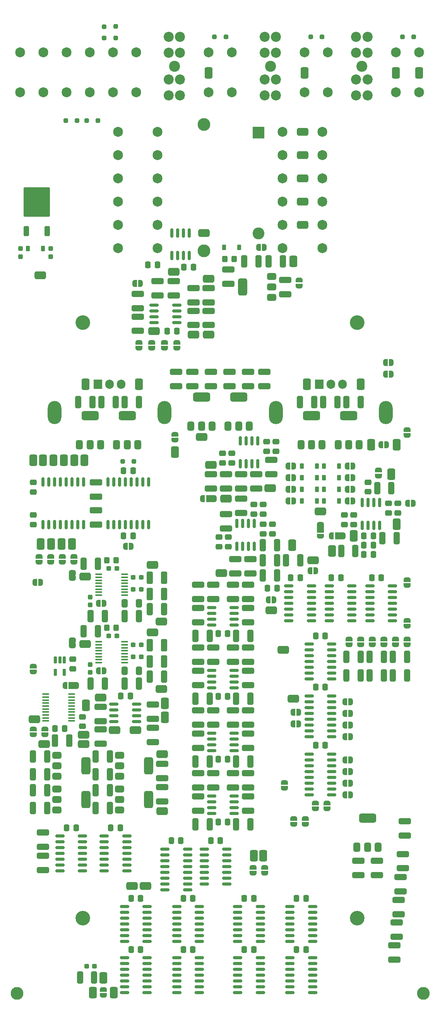
<source format=gbr>
%TF.GenerationSoftware,KiCad,Pcbnew,8.0.2*%
%TF.CreationDate,2024-12-14T16:11:44+01:00*%
%TF.ProjectId,pss_baseboard,7073735f-6261-4736-9562-6f6172642e6b,1.0.0*%
%TF.SameCoordinates,Original*%
%TF.FileFunction,Soldermask,Bot*%
%TF.FilePolarity,Negative*%
%FSLAX46Y46*%
G04 Gerber Fmt 4.6, Leading zero omitted, Abs format (unit mm)*
G04 Created by KiCad (PCBNEW 8.0.2) date 2024-12-14 16:11:44*
%MOMM*%
%LPD*%
G01*
G04 APERTURE LIST*
G04 Aperture macros list*
%AMRoundRect*
0 Rectangle with rounded corners*
0 $1 Rounding radius*
0 $2 $3 $4 $5 $6 $7 $8 $9 X,Y pos of 4 corners*
0 Add a 4 corners polygon primitive as box body*
4,1,4,$2,$3,$4,$5,$6,$7,$8,$9,$2,$3,0*
0 Add four circle primitives for the rounded corners*
1,1,$1+$1,$2,$3*
1,1,$1+$1,$4,$5*
1,1,$1+$1,$6,$7*
1,1,$1+$1,$8,$9*
0 Add four rect primitives between the rounded corners*
20,1,$1+$1,$2,$3,$4,$5,0*
20,1,$1+$1,$4,$5,$6,$7,0*
20,1,$1+$1,$6,$7,$8,$9,0*
20,1,$1+$1,$8,$9,$2,$3,0*%
%AMFreePoly0*
4,1,19,0.500000,-0.750000,0.000000,-0.750000,0.000000,-0.744911,-0.071157,-0.744911,-0.207708,-0.704816,-0.327430,-0.627875,-0.420627,-0.520320,-0.479746,-0.390866,-0.500000,-0.250000,-0.500000,0.250000,-0.479746,0.390866,-0.420627,0.520320,-0.327430,0.627875,-0.207708,0.704816,-0.071157,0.744911,0.000000,0.744911,0.000000,0.750000,0.500000,0.750000,0.500000,-0.750000,0.500000,-0.750000,
$1*%
%AMFreePoly1*
4,1,19,0.000000,0.744911,0.071157,0.744911,0.207708,0.704816,0.327430,0.627875,0.420627,0.520320,0.479746,0.390866,0.500000,0.250000,0.500000,-0.250000,0.479746,-0.390866,0.420627,-0.520320,0.327430,-0.627875,0.207708,-0.704816,0.071157,-0.744911,0.000000,-0.744911,0.000000,-0.750000,-0.500000,-0.750000,-0.500000,0.750000,0.000000,0.750000,0.000000,0.744911,0.000000,0.744911,
$1*%
%AMFreePoly2*
4,1,19,0.550000,-0.750000,0.000000,-0.750000,0.000000,-0.744911,-0.071157,-0.744911,-0.207708,-0.704816,-0.327430,-0.627875,-0.420627,-0.520320,-0.479746,-0.390866,-0.500000,-0.250000,-0.500000,0.250000,-0.479746,0.390866,-0.420627,0.520320,-0.327430,0.627875,-0.207708,0.704816,-0.071157,0.744911,0.000000,0.744911,0.000000,0.750000,0.550000,0.750000,0.550000,-0.750000,0.550000,-0.750000,
$1*%
%AMFreePoly3*
4,1,19,0.000000,0.744911,0.071157,0.744911,0.207708,0.704816,0.327430,0.627875,0.420627,0.520320,0.479746,0.390866,0.500000,0.250000,0.500000,-0.250000,0.479746,-0.390866,0.420627,-0.520320,0.327430,-0.627875,0.207708,-0.704816,0.071157,-0.744911,0.000000,-0.744911,0.000000,-0.750000,-0.550000,-0.750000,-0.550000,0.750000,0.000000,0.750000,0.000000,0.744911,0.000000,0.744911,
$1*%
G04 Aperture macros list end*
%ADD10C,0.000000*%
%ADD11C,2.800000*%
%ADD12R,2.600000X2.600000*%
%ADD13C,2.600000*%
%ADD14C,3.200000*%
%ADD15R,1.905000X2.000000*%
%ADD16O,1.905000X2.000000*%
%ADD17O,3.000000X5.050000*%
%ADD18C,2.162000*%
%ADD19C,2.400000*%
%ADD20C,2.200000*%
%ADD21RoundRect,0.426829X0.823171X0.448171X-0.823171X0.448171X-0.823171X-0.448171X0.823171X-0.448171X0*%
%ADD22RoundRect,0.150000X-0.150000X0.875000X-0.150000X-0.875000X0.150000X-0.875000X0.150000X0.875000X0*%
%ADD23FreePoly0,270.000000*%
%ADD24FreePoly1,270.000000*%
%ADD25RoundRect,0.250000X-0.400000X-1.075000X0.400000X-1.075000X0.400000X1.075000X-0.400000X1.075000X0*%
%ADD26RoundRect,0.250000X0.400000X1.075000X-0.400000X1.075000X-0.400000X-1.075000X0.400000X-1.075000X0*%
%ADD27RoundRect,0.150000X0.825000X0.150000X-0.825000X0.150000X-0.825000X-0.150000X0.825000X-0.150000X0*%
%ADD28RoundRect,0.237500X0.300000X0.237500X-0.300000X0.237500X-0.300000X-0.237500X0.300000X-0.237500X0*%
%ADD29RoundRect,0.250000X-1.075000X0.400000X-1.075000X-0.400000X1.075000X-0.400000X1.075000X0.400000X0*%
%ADD30RoundRect,0.250000X0.337500X0.475000X-0.337500X0.475000X-0.337500X-0.475000X0.337500X-0.475000X0*%
%ADD31RoundRect,0.250000X-0.412500X-0.650000X0.412500X-0.650000X0.412500X0.650000X-0.412500X0.650000X0*%
%ADD32RoundRect,0.250000X0.475000X-0.337500X0.475000X0.337500X-0.475000X0.337500X-0.475000X-0.337500X0*%
%ADD33FreePoly0,90.000000*%
%ADD34FreePoly1,90.000000*%
%ADD35RoundRect,0.250000X-0.475000X0.337500X-0.475000X-0.337500X0.475000X-0.337500X0.475000X0.337500X0*%
%ADD36RoundRect,0.426829X-0.448171X0.823171X-0.448171X-0.823171X0.448171X-0.823171X0.448171X0.823171X0*%
%ADD37RoundRect,0.426829X-0.823171X-0.448171X0.823171X-0.448171X0.823171X0.448171X-0.823171X0.448171X0*%
%ADD38RoundRect,0.225000X0.225000X0.375000X-0.225000X0.375000X-0.225000X-0.375000X0.225000X-0.375000X0*%
%ADD39RoundRect,0.375000X0.375000X-0.625000X0.375000X0.625000X-0.375000X0.625000X-0.375000X-0.625000X0*%
%ADD40RoundRect,0.500000X1.400000X-0.500000X1.400000X0.500000X-1.400000X0.500000X-1.400000X-0.500000X0*%
%ADD41RoundRect,0.250000X0.325000X0.450000X-0.325000X0.450000X-0.325000X-0.450000X0.325000X-0.450000X0*%
%ADD42FreePoly0,0.000000*%
%ADD43FreePoly1,0.000000*%
%ADD44RoundRect,0.375000X0.625000X0.375000X-0.625000X0.375000X-0.625000X-0.375000X0.625000X-0.375000X0*%
%ADD45RoundRect,0.500000X0.500000X1.400000X-0.500000X1.400000X-0.500000X-1.400000X0.500000X-1.400000X0*%
%ADD46RoundRect,0.250000X1.075000X-0.400000X1.075000X0.400000X-1.075000X0.400000X-1.075000X-0.400000X0*%
%ADD47FreePoly0,180.000000*%
%ADD48FreePoly1,180.000000*%
%ADD49RoundRect,0.250000X-0.337500X-0.475000X0.337500X-0.475000X0.337500X0.475000X-0.337500X0.475000X0*%
%ADD50RoundRect,0.150000X-0.825000X-0.150000X0.825000X-0.150000X0.825000X0.150000X-0.825000X0.150000X0*%
%ADD51RoundRect,0.426829X0.448171X-0.823171X0.448171X0.823171X-0.448171X0.823171X-0.448171X-0.823171X0*%
%ADD52RoundRect,0.237500X0.237500X-0.300000X0.237500X0.300000X-0.237500X0.300000X-0.237500X-0.300000X0*%
%ADD53RoundRect,0.225000X-0.225000X-0.375000X0.225000X-0.375000X0.225000X0.375000X-0.225000X0.375000X0*%
%ADD54RoundRect,0.100000X0.637500X0.100000X-0.637500X0.100000X-0.637500X-0.100000X0.637500X-0.100000X0*%
%ADD55RoundRect,0.250000X0.250000X0.250000X-0.250000X0.250000X-0.250000X-0.250000X0.250000X-0.250000X0*%
%ADD56RoundRect,0.250000X0.350000X-0.850000X0.350000X0.850000X-0.350000X0.850000X-0.350000X-0.850000X0*%
%ADD57RoundRect,0.249997X2.650003X-2.950003X2.650003X2.950003X-2.650003X2.950003X-2.650003X-2.950003X0*%
%ADD58RoundRect,0.250000X0.412500X1.100000X-0.412500X1.100000X-0.412500X-1.100000X0.412500X-1.100000X0*%
%ADD59FreePoly2,180.000000*%
%ADD60R,1.000000X1.500000*%
%ADD61FreePoly3,180.000000*%
%ADD62RoundRect,0.250000X-0.250000X0.250000X-0.250000X-0.250000X0.250000X-0.250000X0.250000X0.250000X0*%
%ADD63RoundRect,0.100000X-0.637500X-0.100000X0.637500X-0.100000X0.637500X0.100000X-0.637500X0.100000X0*%
%ADD64RoundRect,0.375000X-0.625000X-0.375000X0.625000X-0.375000X0.625000X0.375000X-0.625000X0.375000X0*%
%ADD65RoundRect,0.500000X-0.500000X-1.400000X0.500000X-1.400000X0.500000X1.400000X-0.500000X1.400000X0*%
%ADD66RoundRect,0.250000X-0.250000X-0.250000X0.250000X-0.250000X0.250000X0.250000X-0.250000X0.250000X0*%
%ADD67RoundRect,0.150000X-0.150000X0.825000X-0.150000X-0.825000X0.150000X-0.825000X0.150000X0.825000X0*%
%ADD68RoundRect,0.162500X-0.162500X0.617500X-0.162500X-0.617500X0.162500X-0.617500X0.162500X0.617500X0*%
%ADD69FreePoly2,270.000000*%
%ADD70R,1.500000X1.000000*%
%ADD71FreePoly3,270.000000*%
%ADD72RoundRect,0.250000X-1.100000X0.412500X-1.100000X-0.412500X1.100000X-0.412500X1.100000X0.412500X0*%
%ADD73RoundRect,0.150000X0.150000X-0.825000X0.150000X0.825000X-0.150000X0.825000X-0.150000X-0.825000X0*%
%ADD74RoundRect,0.250000X1.100000X-0.412500X1.100000X0.412500X-1.100000X0.412500X-1.100000X-0.412500X0*%
%ADD75RoundRect,0.237500X-0.300000X-0.237500X0.300000X-0.237500X0.300000X0.237500X-0.300000X0.237500X0*%
%ADD76RoundRect,0.150000X0.150000X-0.875000X0.150000X0.875000X-0.150000X0.875000X-0.150000X-0.875000X0*%
G04 APERTURE END LIST*
D10*
%TO.C,JP503*%
G36*
X236954000Y-137336000D02*
G01*
X235654000Y-137336000D01*
X235654000Y-135836000D01*
X236954000Y-135836000D01*
X236954000Y-137336000D01*
G37*
%TO.C,JP501*%
G36*
X208760000Y-129208000D02*
G01*
X207460000Y-129208000D01*
X207460000Y-127708000D01*
X208760000Y-127708000D01*
X208760000Y-129208000D01*
G37*
%TO.C,JP502*%
G36*
X232721000Y-135346000D02*
G01*
X231221000Y-135346000D01*
X231221000Y-134046000D01*
X232721000Y-134046000D01*
X232721000Y-135346000D01*
G37*
%TO.C,JP302*%
G36*
X178403465Y-145857000D02*
G01*
X176903465Y-145857000D01*
X176903465Y-144557000D01*
X178403465Y-144557000D01*
X178403465Y-145857000D01*
G37*
%TO.C,JP401*%
G36*
X178661000Y-169975000D02*
G01*
X177361000Y-169975000D01*
X177361000Y-168475000D01*
X178661000Y-168475000D01*
X178661000Y-169975000D01*
G37*
%TO.C,JP202*%
G36*
X178403465Y-160589000D02*
G01*
X176903465Y-160589000D01*
X176903465Y-159289000D01*
X178403465Y-159289000D01*
X178403465Y-160589000D01*
G37*
%TD*%
D11*
%TO.C,K3501*%
X206447500Y-46700000D03*
X206447500Y-74300000D03*
D12*
X218447500Y-48500000D03*
D13*
X218447500Y-70500000D03*
%TD*%
D14*
%TO.C,REF\u002A\u002A*%
X240000000Y-90000000D03*
%TD*%
D15*
%TO.C,Q1908*%
X231696000Y-103445000D03*
D16*
X234236000Y-103445000D03*
X236776000Y-103445000D03*
%TD*%
D17*
%TO.C,HS1902*%
X246276000Y-109605000D03*
X222196000Y-109605000D03*
%TD*%
D18*
%TO.C,J2002*%
X196347500Y-48300000D03*
X187647500Y-48300000D03*
X196347500Y-53380000D03*
X187647500Y-53380000D03*
X196347500Y-58460000D03*
X187647500Y-58460000D03*
X196347500Y-63540000D03*
X187647500Y-63540000D03*
X196347500Y-68620000D03*
X187647500Y-68620000D03*
X196347500Y-73700000D03*
X187647500Y-73700000D03*
%TD*%
D17*
%TO.C,HS1901*%
X197834130Y-109605000D03*
X173754130Y-109605000D03*
%TD*%
D14*
%TO.C,REF\u002A\u002A*%
X240000000Y-220000000D03*
%TD*%
D18*
%TO.C,J103*%
X253540000Y-39667500D03*
X253540000Y-30967500D03*
X248460000Y-39667500D03*
X248460000Y-30967500D03*
%TD*%
D11*
%TO.C,REF\u002A\u002A*%
X254450000Y-236430000D03*
%TD*%
D18*
%TO.C,J102*%
X233540000Y-39667500D03*
X233540000Y-30967500D03*
X228460000Y-39667500D03*
X228460000Y-30967500D03*
%TD*%
%TO.C,J104*%
X212540000Y-39667500D03*
X212540000Y-30967500D03*
X207460000Y-39667500D03*
X207460000Y-30967500D03*
%TD*%
D14*
%TO.C,REF\u002A\u002A*%
X180000000Y-220000000D03*
%TD*%
D11*
%TO.C,REF\u002A\u002A*%
X165550000Y-236430000D03*
%TD*%
D15*
%TO.C,Q1907*%
X183254130Y-103450000D03*
D16*
X185794130Y-103450000D03*
X188334130Y-103450000D03*
%TD*%
D18*
%TO.C,J2001*%
X223652500Y-73700000D03*
X232352500Y-73700000D03*
X223652500Y-68620000D03*
X232352500Y-68620000D03*
X223652500Y-63540000D03*
X232352500Y-63540000D03*
X223652500Y-58460000D03*
X232352500Y-58460000D03*
X223652500Y-53380000D03*
X232352500Y-53380000D03*
X223652500Y-48300000D03*
X232352500Y-48300000D03*
%TD*%
D19*
%TO.C,F3501*%
X200000000Y-34000000D03*
D20*
X201250000Y-27600000D03*
X198750000Y-27600000D03*
X201250000Y-31100000D03*
X198750000Y-31100000D03*
X201250000Y-36900000D03*
X198750000Y-36900000D03*
X201250000Y-40400000D03*
X198750000Y-40400000D03*
%TD*%
D19*
%TO.C,F1702*%
X221000000Y-34000000D03*
D20*
X219750000Y-40400000D03*
X222250000Y-40400000D03*
X219750000Y-36900000D03*
X222250000Y-36900000D03*
X219750000Y-31100000D03*
X222250000Y-31100000D03*
X219750000Y-27600000D03*
X222250000Y-27600000D03*
%TD*%
D19*
%TO.C,F1704*%
X241000000Y-34000000D03*
D20*
X239750000Y-40400000D03*
X242250000Y-40400000D03*
X239750000Y-36900000D03*
X242250000Y-36900000D03*
X239750000Y-31100000D03*
X242250000Y-31100000D03*
X239750000Y-27600000D03*
X242250000Y-27600000D03*
%TD*%
D14*
%TO.C,REF\u002A\u002A*%
X180000000Y-90000000D03*
%TD*%
D18*
%TO.C,J101*%
X191700000Y-39667500D03*
X191700000Y-30967500D03*
X186620000Y-39667500D03*
X186620000Y-30967500D03*
X181540000Y-39667500D03*
X181540000Y-30967500D03*
X176460000Y-39667500D03*
X176460000Y-30967500D03*
X171380000Y-39667500D03*
X171380000Y-30967500D03*
X166300000Y-39667500D03*
X166300000Y-30967500D03*
%TD*%
D21*
%TO.C,TP913*%
X193693200Y-213040000D03*
%TD*%
D22*
%TO.C,U701*%
X171265000Y-124824000D03*
X172535000Y-124824000D03*
X173805000Y-124824000D03*
X175075000Y-124824000D03*
X176345000Y-124824000D03*
X177615000Y-124824000D03*
X178885000Y-124824000D03*
X180155000Y-124824000D03*
X180155000Y-134124000D03*
X178885000Y-134124000D03*
X177615000Y-134124000D03*
X176345000Y-134124000D03*
X175075000Y-134124000D03*
X173805000Y-134124000D03*
X172535000Y-134124000D03*
X171265000Y-134124000D03*
%TD*%
D23*
%TO.C,JP109*%
X175456000Y-141016000D03*
D24*
X175456000Y-142316000D03*
%TD*%
D25*
%TO.C,R303*%
X194645465Y-152588000D03*
X197745465Y-152588000D03*
%TD*%
D26*
%TO.C,R304*%
X192251965Y-154112000D03*
X189151965Y-154112000D03*
%TD*%
D27*
%TO.C,U1405*%
X218825000Y-228661000D03*
X218825000Y-229931000D03*
X218825000Y-231201000D03*
X218825000Y-232471000D03*
X218825000Y-233741000D03*
X218825000Y-235011000D03*
X218825000Y-236281000D03*
X213875000Y-236281000D03*
X213875000Y-235011000D03*
X213875000Y-233741000D03*
X213875000Y-232471000D03*
X213875000Y-231201000D03*
X213875000Y-229931000D03*
X213875000Y-228661000D03*
%TD*%
D28*
%TO.C,C306*%
X192739965Y-148229000D03*
X191014965Y-148229000D03*
%TD*%
D29*
%TO.C,R503*%
X216604000Y-141640000D03*
X216604000Y-144740000D03*
%TD*%
D30*
%TO.C,C1001*%
X211672500Y-199070000D03*
X209597500Y-199070000D03*
%TD*%
D31*
%TO.C,C204*%
X189151965Y-166050000D03*
X192276965Y-166050000D03*
%TD*%
D21*
%TO.C,TP914*%
X190696000Y-213040000D03*
%TD*%
D32*
%TO.C,C504*%
X209746000Y-138893500D03*
X209746000Y-136818500D03*
%TD*%
D33*
%TO.C,JP1718*%
X250894000Y-147396000D03*
D34*
X250894000Y-146096000D03*
%TD*%
D35*
%TO.C,C401*%
X177742000Y-163488500D03*
X177742000Y-165563500D03*
%TD*%
D36*
%TO.C,TP710*%
X177615000Y-138364000D03*
%TD*%
D37*
%TO.C,TP1506*%
X195587000Y-91882000D03*
%TD*%
D27*
%TO.C,U1001*%
X213110000Y-193355000D03*
X213110000Y-194625000D03*
X213110000Y-195895000D03*
X213110000Y-197165000D03*
X208160000Y-197165000D03*
X208160000Y-195895000D03*
X208160000Y-194625000D03*
X208160000Y-193355000D03*
%TD*%
D33*
%TO.C,JP807*%
X224122400Y-191719000D03*
D34*
X224122400Y-190419000D03*
%TD*%
D38*
%TO.C,D601*%
X231208000Y-121346000D03*
X227908000Y-121346000D03*
%TD*%
D21*
%TO.C,TP506*%
X207968000Y-121092000D03*
%TD*%
D39*
%TO.C,Q1903*%
X183852000Y-116622000D03*
X181552000Y-116622000D03*
D40*
X181552000Y-110322000D03*
D39*
X179252000Y-116622000D03*
%TD*%
D27*
%TO.C,U1406*%
X218825000Y-217485000D03*
X218825000Y-218755000D03*
X218825000Y-220025000D03*
X218825000Y-221295000D03*
X218825000Y-222565000D03*
X218825000Y-223835000D03*
X218825000Y-225105000D03*
X213875000Y-225105000D03*
X213875000Y-223835000D03*
X213875000Y-222565000D03*
X213875000Y-221295000D03*
X213875000Y-220025000D03*
X213875000Y-218755000D03*
X213875000Y-217485000D03*
%TD*%
D41*
%TO.C,D3501*%
X213057000Y-76134000D03*
X211007000Y-76134000D03*
%TD*%
D42*
%TO.C,JP812*%
X225961600Y-177607000D03*
D43*
X227261600Y-177607000D03*
%TD*%
D44*
%TO.C,Q3501*%
X221278000Y-79930000D03*
X221278000Y-82230000D03*
D45*
X214978000Y-82230000D03*
D44*
X221278000Y-84530000D03*
%TD*%
D29*
%TO.C,R1503*%
X207460000Y-87437000D03*
X207460000Y-90537000D03*
%TD*%
D46*
%TO.C,R1304*%
X212794000Y-150328000D03*
X212794000Y-147228000D03*
%TD*%
D33*
%TO.C,JP102*%
X238194000Y-160350000D03*
D34*
X238194000Y-159050000D03*
%TD*%
D25*
%TO.C,R1106*%
X213530000Y-185862000D03*
X216630000Y-185862000D03*
%TD*%
D36*
%TO.C,TP709*%
X175329000Y-138364000D03*
%TD*%
D47*
%TO.C,JP810*%
X238590000Y-180401000D03*
D48*
X237290000Y-180401000D03*
%TD*%
D49*
%TO.C,C706*%
X188896500Y-136586000D03*
X190971500Y-136586000D03*
%TD*%
D26*
%TO.C,R301*%
X184791465Y-154112000D03*
X181691465Y-154112000D03*
%TD*%
%TO.C,R1205*%
X207740000Y-172146000D03*
X204640000Y-172146000D03*
%TD*%
D37*
%TO.C,TP203*%
X197173000Y-169987000D03*
%TD*%
D27*
%TO.C,U1101*%
X213110000Y-179639000D03*
X213110000Y-180909000D03*
X213110000Y-182179000D03*
X213110000Y-183449000D03*
X208160000Y-183449000D03*
X208160000Y-182179000D03*
X208160000Y-180909000D03*
X208160000Y-179639000D03*
%TD*%
D41*
%TO.C,D201*%
X187291965Y-156652000D03*
X185241965Y-156652000D03*
%TD*%
D47*
%TO.C,JP811*%
X238590000Y-177861000D03*
D48*
X237290000Y-177861000D03*
%TD*%
D29*
%TO.C,R3504*%
X211778000Y-78394000D03*
X211778000Y-81494000D03*
%TD*%
D25*
%TO.C,R3501*%
X215282000Y-76642000D03*
X218382000Y-76642000D03*
%TD*%
D50*
%TO.C,U1602*%
X233897750Y-155128000D03*
X233897750Y-153858000D03*
X233897750Y-152588000D03*
X233897750Y-151318000D03*
X233897750Y-150048000D03*
X233897750Y-148778000D03*
X233897750Y-147508000D03*
X238847750Y-147508000D03*
X238847750Y-148778000D03*
X238847750Y-150048000D03*
X238847750Y-151318000D03*
X238847750Y-152588000D03*
X238847750Y-153858000D03*
X238847750Y-155128000D03*
%TD*%
D32*
%TO.C,C508*%
X239210000Y-134067500D03*
X239210000Y-131992500D03*
%TD*%
D46*
%TO.C,R1007*%
X205174000Y-196556000D03*
X205174000Y-193456000D03*
%TD*%
D38*
%TO.C,D607*%
X231208000Y-128966000D03*
X227908000Y-128966000D03*
%TD*%
D28*
%TO.C,C202*%
X187405965Y-158430000D03*
X185680965Y-158430000D03*
%TD*%
D36*
%TO.C,TP1903*%
X180536000Y-103450000D03*
%TD*%
%TO.C,TP1703*%
X248460000Y-35494000D03*
%TD*%
D37*
%TO.C,TP410*%
X183838000Y-171892000D03*
%TD*%
D21*
%TO.C,TP802*%
X226002000Y-172146000D03*
%TD*%
D33*
%TO.C,JP1704*%
X230828000Y-196164000D03*
D34*
X230828000Y-194864000D03*
%TD*%
D36*
%TO.C,TP408*%
X197935000Y-176210000D03*
%TD*%
D47*
%TO.C,JP112*%
X230970000Y-144206000D03*
D48*
X229670000Y-144206000D03*
%TD*%
D51*
%TO.C,TP703*%
X175837000Y-120076000D03*
%TD*%
D46*
%TO.C,R515*%
X217874000Y-126198000D03*
X217874000Y-123098000D03*
%TD*%
D30*
%TO.C,C1404*%
X192622500Y-226883000D03*
X190547500Y-226883000D03*
%TD*%
D21*
%TO.C,TP2001*%
X228034000Y-48300000D03*
%TD*%
D26*
%TO.C,R1005*%
X207740000Y-199578000D03*
X204640000Y-199578000D03*
%TD*%
D25*
%TO.C,R3503*%
X220642000Y-76642000D03*
X223742000Y-76642000D03*
%TD*%
D37*
%TO.C,TP504*%
X211270000Y-128458000D03*
%TD*%
D29*
%TO.C,R407*%
X195268000Y-173390000D03*
X195268000Y-176490000D03*
%TD*%
D33*
%TO.C,JP818*%
X228643600Y-199567600D03*
D34*
X228643600Y-198267600D03*
%TD*%
D29*
%TO.C,R1903*%
X207968000Y-100746000D03*
X207968000Y-103846000D03*
%TD*%
D30*
%TO.C,C802*%
X233008500Y-169606000D03*
X230933500Y-169606000D03*
%TD*%
D47*
%TO.C,JP815*%
X238590000Y-188021000D03*
D48*
X237290000Y-188021000D03*
%TD*%
D52*
%TO.C,C201*%
X181590465Y-166404500D03*
X181590465Y-164679500D03*
%TD*%
D27*
%TO.C,U1402*%
X205490000Y-217485000D03*
X205490000Y-218755000D03*
X205490000Y-220025000D03*
X205490000Y-221295000D03*
X205490000Y-222565000D03*
X205490000Y-223835000D03*
X205490000Y-225105000D03*
X200540000Y-225105000D03*
X200540000Y-223835000D03*
X200540000Y-222565000D03*
X200540000Y-221295000D03*
X200540000Y-220025000D03*
X200540000Y-218755000D03*
X200540000Y-217485000D03*
%TD*%
D29*
%TO.C,R514*%
X221176000Y-119998000D03*
X221176000Y-123098000D03*
%TD*%
D38*
%TO.C,D608*%
X236034000Y-128966000D03*
X232734000Y-128966000D03*
%TD*%
D28*
%TO.C,C203*%
X192739965Y-160361000D03*
X191014965Y-160361000D03*
%TD*%
D36*
%TO.C,TP707*%
X170757000Y-138364000D03*
%TD*%
D46*
%TO.C,R1107*%
X205174000Y-182840000D03*
X205174000Y-179740000D03*
%TD*%
D52*
%TO.C,C1701*%
X172916000Y-75573000D03*
X172916000Y-73848000D03*
%TD*%
D27*
%TO.C,U1403*%
X205490000Y-228661000D03*
X205490000Y-229931000D03*
X205490000Y-231201000D03*
X205490000Y-232471000D03*
X205490000Y-233741000D03*
X205490000Y-235011000D03*
X205490000Y-236281000D03*
X200540000Y-236281000D03*
X200540000Y-235011000D03*
X200540000Y-233741000D03*
X200540000Y-232471000D03*
X200540000Y-231201000D03*
X200540000Y-229931000D03*
X200540000Y-228661000D03*
%TD*%
D46*
%TO.C,R1906*%
X200348000Y-103846000D03*
X200348000Y-100746000D03*
%TD*%
D30*
%TO.C,C517*%
X243549500Y-136586000D03*
X241474500Y-136586000D03*
%TD*%
D21*
%TO.C,TP415*%
X197300000Y-196657000D03*
%TD*%
%TO.C,TP1502*%
X199840000Y-78928000D03*
%TD*%
D46*
%TO.C,R1505*%
X204158000Y-85558000D03*
X204158000Y-82458000D03*
%TD*%
D53*
%TO.C,D3502*%
X210890000Y-73594000D03*
X214190000Y-73594000D03*
%TD*%
D21*
%TO.C,TP1706*%
X170630000Y-79690000D03*
%TD*%
D29*
%TO.C,R1904*%
X203904000Y-100746000D03*
X203904000Y-103846000D03*
%TD*%
D33*
%TO.C,JP106*%
X248354000Y-160350000D03*
D34*
X248354000Y-159050000D03*
%TD*%
D35*
%TO.C,C515*%
X222192000Y-115990500D03*
X222192000Y-118065500D03*
%TD*%
D29*
%TO.C,R406*%
X171265000Y-201330000D03*
X171265000Y-204430000D03*
%TD*%
D35*
%TO.C,C511*%
X248862000Y-129452500D03*
X248862000Y-131527500D03*
%TD*%
D42*
%TO.C,JP1713*%
X189284000Y-138872000D03*
D43*
X190584000Y-138872000D03*
%TD*%
D46*
%TO.C,R1401*%
X244290000Y-210653000D03*
X244290000Y-207553000D03*
%TD*%
%TO.C,R417*%
X183838000Y-176998000D03*
X183838000Y-173898000D03*
%TD*%
%TO.C,R1506*%
X204158000Y-90537000D03*
X204158000Y-87437000D03*
%TD*%
D21*
%TO.C,TP301*%
X180447465Y-145476000D03*
%TD*%
D46*
%TO.C,R1102*%
X205174000Y-177760000D03*
X205174000Y-174660000D03*
%TD*%
D21*
%TO.C,TP1704*%
X228034000Y-58460000D03*
%TD*%
D47*
%TO.C,JP1701*%
X247480000Y-101280000D03*
D48*
X246180000Y-101280000D03*
%TD*%
D47*
%TO.C,JP111*%
X221826000Y-150556000D03*
D48*
X220526000Y-150556000D03*
%TD*%
D47*
%TO.C,JP603*%
X226144000Y-123886000D03*
D48*
X224844000Y-123886000D03*
%TD*%
D29*
%TO.C,R511*%
X207968000Y-123098000D03*
X207968000Y-126198000D03*
%TD*%
D54*
%TO.C,U201*%
X189151965Y-159711000D03*
X189151965Y-160361000D03*
X189151965Y-161011000D03*
X189151965Y-161661000D03*
X189151965Y-162311000D03*
X189151965Y-162961000D03*
X189151965Y-163611000D03*
X189151965Y-164261000D03*
X183426965Y-164261000D03*
X183426965Y-163611000D03*
X183426965Y-162961000D03*
X183426965Y-162311000D03*
X183426965Y-161661000D03*
X183426965Y-161011000D03*
X183426965Y-160361000D03*
X183426965Y-159711000D03*
%TD*%
D36*
%TO.C,TP909*%
X217366000Y-206436000D03*
%TD*%
D55*
%TO.C,D704*%
X183310000Y-45908000D03*
X180810000Y-45908000D03*
%TD*%
D25*
%TO.C,R501*%
X219372000Y-145222000D03*
X222472000Y-145222000D03*
%TD*%
D36*
%TO.C,TP503*%
X234511000Y-139888000D03*
%TD*%
D38*
%TO.C,D1704*%
X171289000Y-73848000D03*
X167989000Y-73848000D03*
%TD*%
D42*
%TO.C,JP1710*%
X169472000Y-146746000D03*
D43*
X170772000Y-146746000D03*
%TD*%
D26*
%TO.C,R1701*%
X182467000Y-232979000D03*
X179367000Y-232979000D03*
%TD*%
D56*
%TO.C,U1701*%
X172148000Y-69988000D03*
D57*
X169868000Y-63688000D03*
D56*
X167588000Y-69988000D03*
%TD*%
D36*
%TO.C,TP512*%
X247491000Y-123124000D03*
%TD*%
D30*
%TO.C,C1406*%
X204052500Y-226883000D03*
X201977500Y-226883000D03*
%TD*%
D25*
%TO.C,R1912*%
X227474000Y-107376000D03*
X230574000Y-107376000D03*
%TD*%
D36*
%TO.C,TP3501*%
X226002000Y-76642000D03*
%TD*%
D23*
%TO.C,JP1705*%
X250894000Y-154986000D03*
D24*
X250894000Y-156286000D03*
%TD*%
D35*
%TO.C,C509*%
X246830000Y-129452500D03*
X246830000Y-131527500D03*
%TD*%
D32*
%TO.C,C506*%
X219398000Y-131781500D03*
X219398000Y-129706500D03*
%TD*%
D46*
%TO.C,R1202*%
X205174000Y-164044000D03*
X205174000Y-160944000D03*
%TD*%
D32*
%TO.C,C704*%
X169106000Y-134067500D03*
X169106000Y-131992500D03*
%TD*%
D36*
%TO.C,TP706*%
X169106000Y-120076000D03*
%TD*%
D47*
%TO.C,JP607*%
X226144000Y-128966000D03*
D48*
X224844000Y-128966000D03*
%TD*%
D35*
%TO.C,C505*%
X221430000Y-134024500D03*
X221430000Y-136099500D03*
%TD*%
D21*
%TO.C,TP202*%
X195179465Y-157668000D03*
%TD*%
D29*
%TO.C,R812*%
X248150800Y-225968000D03*
X248150800Y-229068000D03*
%TD*%
D46*
%TO.C,R1104*%
X212794000Y-177760000D03*
X212794000Y-174660000D03*
%TD*%
D58*
%TO.C,C407*%
X177018500Y-181290000D03*
X173893500Y-181290000D03*
%TD*%
D52*
%TO.C,C1702*%
X166312000Y-75573000D03*
X166312000Y-73848000D03*
%TD*%
D55*
%TO.C,D703*%
X191184000Y-120330000D03*
X188684000Y-120330000D03*
%TD*%
D26*
%TO.C,R201*%
X184791465Y-168844000D03*
X181691465Y-168844000D03*
%TD*%
D36*
%TO.C,TP1906*%
X240734000Y-103445000D03*
%TD*%
D42*
%TO.C,JP606*%
X237798000Y-126426000D03*
D43*
X239098000Y-126426000D03*
%TD*%
D21*
%TO.C,TP416*%
X186948000Y-179004000D03*
%TD*%
D30*
%TO.C,C501*%
X222467500Y-148016000D03*
X220392500Y-148016000D03*
%TD*%
D59*
%TO.C,JP503*%
X236954000Y-136586000D03*
D60*
X235654000Y-136586000D03*
D61*
X234354000Y-136586000D03*
%TD*%
D29*
%TO.C,R1001*%
X208476000Y-188376000D03*
X208476000Y-191476000D03*
%TD*%
D30*
%TO.C,C1201*%
X211672500Y-171638000D03*
X209597500Y-171638000D03*
%TD*%
D27*
%TO.C,U1401*%
X194060000Y-228661000D03*
X194060000Y-229931000D03*
X194060000Y-231201000D03*
X194060000Y-232471000D03*
X194060000Y-233741000D03*
X194060000Y-235011000D03*
X194060000Y-236281000D03*
X189110000Y-236281000D03*
X189110000Y-235011000D03*
X189110000Y-233741000D03*
X189110000Y-232471000D03*
X189110000Y-231201000D03*
X189110000Y-229931000D03*
X189110000Y-228661000D03*
%TD*%
D50*
%TO.C,U1603*%
X242787750Y-155128000D03*
X242787750Y-153858000D03*
X242787750Y-152588000D03*
X242787750Y-151318000D03*
X242787750Y-150048000D03*
X242787750Y-148778000D03*
X242787750Y-147508000D03*
X247737750Y-147508000D03*
X247737750Y-148778000D03*
X247737750Y-150048000D03*
X247737750Y-151318000D03*
X247737750Y-152588000D03*
X247737750Y-153858000D03*
X247737750Y-155128000D03*
%TD*%
D58*
%TO.C,C207*%
X197757965Y-164018000D03*
X194632965Y-164018000D03*
%TD*%
D46*
%TO.C,R1509*%
X191966000Y-86828000D03*
X191966000Y-83728000D03*
%TD*%
D23*
%TO.C,JP108*%
X172916000Y-141016000D03*
D24*
X172916000Y-142316000D03*
%TD*%
D27*
%TO.C,U801*%
X234446000Y-160208000D03*
X234446000Y-161478000D03*
X234446000Y-162748000D03*
X234446000Y-164018000D03*
X234446000Y-165288000D03*
X234446000Y-166558000D03*
X234446000Y-167828000D03*
X229496000Y-167828000D03*
X229496000Y-166558000D03*
X229496000Y-165288000D03*
X229496000Y-164018000D03*
X229496000Y-162748000D03*
X229496000Y-161478000D03*
X229496000Y-160208000D03*
%TD*%
D50*
%TO.C,U1601*%
X225051000Y-155128000D03*
X225051000Y-153858000D03*
X225051000Y-152588000D03*
X225051000Y-151318000D03*
X225051000Y-150048000D03*
X225051000Y-148778000D03*
X225051000Y-147508000D03*
X230001000Y-147508000D03*
X230001000Y-148778000D03*
X230001000Y-150048000D03*
X230001000Y-151318000D03*
X230001000Y-152588000D03*
X230001000Y-153858000D03*
X230001000Y-155128000D03*
%TD*%
D21*
%TO.C,TP501*%
X210254000Y-144714000D03*
%TD*%
D46*
%TO.C,R415*%
X197300000Y-194524000D03*
X197300000Y-191424000D03*
%TD*%
D54*
%TO.C,U301*%
X189151965Y-144979000D03*
X189151965Y-145629000D03*
X189151965Y-146279000D03*
X189151965Y-146929000D03*
X189151965Y-147579000D03*
X189151965Y-148229000D03*
X189151965Y-148879000D03*
X189151965Y-149529000D03*
X183426965Y-149529000D03*
X183426965Y-148879000D03*
X183426965Y-148229000D03*
X183426965Y-147579000D03*
X183426965Y-146929000D03*
X183426965Y-146279000D03*
X183426965Y-145629000D03*
X183426965Y-144979000D03*
%TD*%
D62*
%TO.C,D705*%
X187140000Y-25334000D03*
X187140000Y-27834000D03*
%TD*%
D47*
%TO.C,JP201*%
X184653465Y-165999200D03*
D48*
X183353465Y-165999200D03*
%TD*%
D51*
%TO.C,TP704*%
X178123000Y-120076000D03*
%TD*%
D30*
%TO.C,C901*%
X210059500Y-203134000D03*
X207984500Y-203134000D03*
%TD*%
D46*
%TO.C,R1402*%
X240226000Y-210653000D03*
X240226000Y-207553000D03*
%TD*%
D25*
%TO.C,R302*%
X180167465Y-142682000D03*
X183267465Y-142682000D03*
%TD*%
D23*
%TO.C,JP107*%
X170376000Y-141016000D03*
D24*
X170376000Y-142316000D03*
%TD*%
D39*
%TO.C,Q1401*%
X244558000Y-204506000D03*
X242258000Y-204506000D03*
D40*
X242258000Y-198206000D03*
D39*
X239958000Y-204506000D03*
%TD*%
D26*
%TO.C,R510*%
X248634000Y-137094000D03*
X245534000Y-137094000D03*
%TD*%
D63*
%TO.C,U403*%
X171831500Y-176976000D03*
X171831500Y-176326000D03*
X171831500Y-175676000D03*
X171831500Y-175026000D03*
X171831500Y-174376000D03*
X171831500Y-173726000D03*
X171831500Y-173076000D03*
X171831500Y-172426000D03*
X171831500Y-171776000D03*
X171831500Y-171126000D03*
X177556500Y-171126000D03*
X177556500Y-171776000D03*
X177556500Y-172426000D03*
X177556500Y-173076000D03*
X177556500Y-173726000D03*
X177556500Y-174376000D03*
X177556500Y-175026000D03*
X177556500Y-175676000D03*
X177556500Y-176326000D03*
X177556500Y-176976000D03*
%TD*%
D30*
%TO.C,C1407*%
X228817500Y-215707000D03*
X226742500Y-215707000D03*
%TD*%
%TO.C,C405*%
X175985500Y-178623000D03*
X173910500Y-178623000D03*
%TD*%
D25*
%TO.C,R801*%
X237660000Y-167066000D03*
X240760000Y-167066000D03*
%TD*%
D51*
%TO.C,TP702*%
X173551000Y-120076000D03*
%TD*%
D36*
%TO.C,TP1702*%
X228460000Y-35494000D03*
%TD*%
D21*
%TO.C,TP2003*%
X228034000Y-68620000D03*
%TD*%
D33*
%TO.C,JP1706*%
X200537000Y-95580000D03*
D34*
X200537000Y-94280000D03*
%TD*%
D46*
%TO.C,R1308*%
X216096000Y-155408000D03*
X216096000Y-152308000D03*
%TD*%
D23*
%TO.C,JP403*%
X171646000Y-178735000D03*
D24*
X171646000Y-180035000D03*
%TD*%
D51*
%TO.C,TP401*%
X182187000Y-236281000D03*
%TD*%
D25*
%TO.C,R412*%
X182796000Y-188656000D03*
X185896000Y-188656000D03*
%TD*%
D39*
%TO.C,Q1905*%
X240468000Y-116622000D03*
X238168000Y-116622000D03*
D40*
X238168000Y-110322000D03*
D39*
X235868000Y-116622000D03*
%TD*%
D25*
%TO.C,R504*%
X219372000Y-141920000D03*
X222472000Y-141920000D03*
%TD*%
D29*
%TO.C,R505*%
X211270000Y-131861000D03*
X211270000Y-134961000D03*
%TD*%
D30*
%TO.C,C1405*%
X204052500Y-215707000D03*
X201977500Y-215707000D03*
%TD*%
D49*
%TO.C,C512*%
X241474500Y-140650000D03*
X243549500Y-140650000D03*
%TD*%
D64*
%TO.C,Q403*%
X188054000Y-189051000D03*
X188054000Y-186751000D03*
D65*
X194354000Y-186751000D03*
D64*
X188054000Y-184451000D03*
%TD*%
D21*
%TO.C,TP1610*%
X230320000Y-141920000D03*
%TD*%
D42*
%TO.C,JP604*%
X237798000Y-123886000D03*
D43*
X239098000Y-123886000D03*
%TD*%
D59*
%TO.C,JP501*%
X208760000Y-128458000D03*
D60*
X207460000Y-128458000D03*
D61*
X206160000Y-128458000D03*
%TD*%
D32*
%TO.C,C519*%
X242385000Y-126934000D03*
X242385000Y-124859000D03*
%TD*%
D46*
%TO.C,R1004*%
X212794000Y-191476000D03*
X212794000Y-188376000D03*
%TD*%
D29*
%TO.C,R810*%
X249522400Y-211083600D03*
X249522400Y-214183600D03*
%TD*%
D27*
%TO.C,U901*%
X211497000Y-204996000D03*
X211497000Y-206266000D03*
X211497000Y-207536000D03*
X211497000Y-208806000D03*
X211497000Y-210076000D03*
X211497000Y-211346000D03*
X211497000Y-212616000D03*
X206547000Y-212616000D03*
X206547000Y-211346000D03*
X206547000Y-210076000D03*
X206547000Y-208806000D03*
X206547000Y-207536000D03*
X206547000Y-206266000D03*
X206547000Y-204996000D03*
%TD*%
D28*
%TO.C,C303*%
X192739965Y-145629000D03*
X191014965Y-145629000D03*
%TD*%
D38*
%TO.C,D605*%
X231208000Y-126426000D03*
X227908000Y-126426000D03*
%TD*%
D21*
%TO.C,TP302*%
X195179465Y-142936000D03*
%TD*%
D25*
%TO.C,R202*%
X180167465Y-157414000D03*
X183267465Y-157414000D03*
%TD*%
D66*
%TO.C,D1702*%
X249898000Y-27620000D03*
X252398000Y-27620000D03*
%TD*%
D36*
%TO.C,TP407*%
X197935000Y-173162000D03*
%TD*%
D26*
%TO.C,R1305*%
X207740000Y-158430000D03*
X204640000Y-158430000D03*
%TD*%
D27*
%TO.C,U404*%
X191709000Y-173289000D03*
X191709000Y-174559000D03*
X191709000Y-175829000D03*
X191709000Y-177099000D03*
X186759000Y-177099000D03*
X186759000Y-175829000D03*
X186759000Y-174559000D03*
X186759000Y-173289000D03*
%TD*%
D26*
%TO.C,R401*%
X172180000Y-184719000D03*
X169080000Y-184719000D03*
%TD*%
D38*
%TO.C,D602*%
X236034000Y-121346000D03*
X232734000Y-121346000D03*
%TD*%
D30*
%TO.C,C1401*%
X217387500Y-215707000D03*
X215312500Y-215707000D03*
%TD*%
D46*
%TO.C,R1108*%
X216096000Y-182840000D03*
X216096000Y-179740000D03*
%TD*%
D49*
%TO.C,C702*%
X188896500Y-122362000D03*
X190971500Y-122362000D03*
%TD*%
D25*
%TO.C,R506*%
X219372000Y-138618000D03*
X222472000Y-138618000D03*
%TD*%
D47*
%TO.C,JP816*%
X238590000Y-193101000D03*
D48*
X237290000Y-193101000D03*
%TD*%
D23*
%TO.C,JP402*%
X169106000Y-178735000D03*
D24*
X169106000Y-180035000D03*
%TD*%
D55*
%TO.C,D3503*%
X211270000Y-27620000D03*
X208770000Y-27620000D03*
%TD*%
D38*
%TO.C,D606*%
X236034000Y-126426000D03*
X232734000Y-126426000D03*
%TD*%
D64*
%TO.C,Q404*%
X188054000Y-196417000D03*
X188054000Y-194117000D03*
D65*
X194354000Y-194117000D03*
D64*
X188054000Y-191817000D03*
%TD*%
D46*
%TO.C,R1508*%
X196284000Y-84034000D03*
X196284000Y-80934000D03*
%TD*%
D29*
%TO.C,R807*%
X249065200Y-216062000D03*
X249065200Y-219162000D03*
%TD*%
D51*
%TO.C,TP701*%
X171265000Y-120076000D03*
%TD*%
D52*
%TO.C,C301*%
X181590465Y-151672500D03*
X181590465Y-149947500D03*
%TD*%
D46*
%TO.C,R1208*%
X216096000Y-169124000D03*
X216096000Y-166024000D03*
%TD*%
D67*
%TO.C,U502*%
X241115000Y-129285000D03*
X242385000Y-129285000D03*
X243655000Y-129285000D03*
X244925000Y-129285000D03*
X244925000Y-134235000D03*
X243655000Y-134235000D03*
X242385000Y-134235000D03*
X241115000Y-134235000D03*
%TD*%
D21*
%TO.C,TP406*%
X180155000Y-180020000D03*
%TD*%
D64*
%TO.C,Q402*%
X174338000Y-196417000D03*
X174338000Y-194117000D03*
D65*
X180638000Y-194117000D03*
D64*
X174338000Y-191817000D03*
%TD*%
D29*
%TO.C,R1901*%
X216096000Y-100746000D03*
X216096000Y-103846000D03*
%TD*%
%TO.C,R1203*%
X216096000Y-160944000D03*
X216096000Y-164044000D03*
%TD*%
D32*
%TO.C,C514*%
X212540000Y-120605500D03*
X212540000Y-118530500D03*
%TD*%
D29*
%TO.C,R808*%
X249979600Y-206054400D03*
X249979600Y-209154400D03*
%TD*%
D68*
%TO.C,U401*%
X173998000Y-163684000D03*
X174948000Y-163684000D03*
X175898000Y-163684000D03*
X175898000Y-166384000D03*
X173998000Y-166384000D03*
%TD*%
D26*
%TO.C,R509*%
X239617000Y-139888000D03*
X236517000Y-139888000D03*
%TD*%
D51*
%TO.C,TP1901*%
X243020000Y-116622000D03*
%TD*%
D25*
%TO.C,R413*%
X182796000Y-196022000D03*
X185896000Y-196022000D03*
%TD*%
D35*
%TO.C,C513*%
X220160000Y-115990500D03*
X220160000Y-118065500D03*
%TD*%
D25*
%TO.C,R408*%
X182796000Y-184719000D03*
X185896000Y-184719000D03*
%TD*%
D21*
%TO.C,TP1403*%
X223843000Y-161478000D03*
%TD*%
D49*
%TO.C,C1603*%
X243209250Y-145730000D03*
X245284250Y-145730000D03*
%TD*%
D25*
%TO.C,R405*%
X169054000Y-196022000D03*
X172154000Y-196022000D03*
%TD*%
D37*
%TO.C,TP1504*%
X207460000Y-80452000D03*
%TD*%
D36*
%TO.C,TP708*%
X173043000Y-138364000D03*
%TD*%
D39*
%TO.C,Q1901*%
X216364000Y-112558000D03*
X214064000Y-112558000D03*
D40*
X214064000Y-106258000D03*
D39*
X211764000Y-112558000D03*
%TD*%
D26*
%TO.C,R804*%
X240760000Y-163002000D03*
X237660000Y-163002000D03*
%TD*%
D36*
%TO.C,TP505*%
X248608000Y-134046000D03*
%TD*%
D31*
%TO.C,C304*%
X189151965Y-151318000D03*
X192276965Y-151318000D03*
%TD*%
D32*
%TO.C,C502*%
X211778000Y-138893500D03*
X211778000Y-136818500D03*
%TD*%
D33*
%TO.C,JP819*%
X226103600Y-199567600D03*
D34*
X226103600Y-198267600D03*
%TD*%
D37*
%TO.C,TP1902*%
X205936000Y-114996000D03*
%TD*%
D39*
%TO.C,Q1906*%
X232340000Y-116622000D03*
X230040000Y-116622000D03*
D40*
X230040000Y-110322000D03*
D39*
X227740000Y-116622000D03*
%TD*%
D30*
%TO.C,C404*%
X190358000Y-171511000D03*
X188283000Y-171511000D03*
%TD*%
D33*
%TO.C,JP104*%
X245814000Y-160350000D03*
D34*
X245814000Y-159050000D03*
%TD*%
D29*
%TO.C,R1301*%
X208476000Y-147228000D03*
X208476000Y-150328000D03*
%TD*%
D27*
%TO.C,U402*%
X179930500Y-202118000D03*
X179930500Y-203388000D03*
X179930500Y-204658000D03*
X179930500Y-205928000D03*
X179930500Y-207198000D03*
X179930500Y-208468000D03*
X179930500Y-209738000D03*
X174980500Y-209738000D03*
X174980500Y-208468000D03*
X174980500Y-207198000D03*
X174980500Y-205928000D03*
X174980500Y-204658000D03*
X174980500Y-203388000D03*
X174980500Y-202118000D03*
%TD*%
D21*
%TO.C,TP1705*%
X228034000Y-63540000D03*
%TD*%
D29*
%TO.C,R1003*%
X216096000Y-188376000D03*
X216096000Y-191476000D03*
%TD*%
D67*
%TO.C,U501*%
X213683000Y-133857000D03*
X214953000Y-133857000D03*
X216223000Y-133857000D03*
X217493000Y-133857000D03*
X217493000Y-138807000D03*
X216223000Y-138807000D03*
X214953000Y-138807000D03*
X213683000Y-138807000D03*
%TD*%
D28*
%TO.C,C206*%
X192739965Y-162961000D03*
X191014965Y-162961000D03*
%TD*%
D21*
%TO.C,TP2002*%
X228034000Y-53380000D03*
%TD*%
D25*
%TO.C,R516*%
X244391000Y-126150500D03*
X247491000Y-126150500D03*
%TD*%
D47*
%TO.C,JP601*%
X226144000Y-121346000D03*
D48*
X224844000Y-121346000D03*
%TD*%
D69*
%TO.C,JP502*%
X231971000Y-134046000D03*
D70*
X231971000Y-135346000D03*
D71*
X231971000Y-136646000D03*
%TD*%
D26*
%TO.C,R402*%
X172180000Y-192085000D03*
X169080000Y-192085000D03*
%TD*%
D36*
%TO.C,TP910*%
X219398000Y-206436000D03*
%TD*%
D67*
%TO.C,U1502*%
X199459000Y-70422000D03*
X200729000Y-70422000D03*
X201999000Y-70422000D03*
X203269000Y-70422000D03*
X203269000Y-75372000D03*
X201999000Y-75372000D03*
X200729000Y-75372000D03*
X199459000Y-75372000D03*
%TD*%
D25*
%TO.C,R203*%
X194645465Y-167320000D03*
X197745465Y-167320000D03*
%TD*%
D36*
%TO.C,TP409*%
X180663000Y-173543000D03*
%TD*%
D66*
%TO.C,D702*%
X176238000Y-45908000D03*
X178738000Y-45908000D03*
%TD*%
D72*
%TO.C,C701*%
X182822000Y-124863500D03*
X182822000Y-127988500D03*
%TD*%
D27*
%TO.C,U803*%
X234446000Y-184211000D03*
X234446000Y-185481000D03*
X234446000Y-186751000D03*
X234446000Y-188021000D03*
X234446000Y-189291000D03*
X234446000Y-190561000D03*
X234446000Y-191831000D03*
X234446000Y-193101000D03*
X229496000Y-193101000D03*
X229496000Y-191831000D03*
X229496000Y-190561000D03*
X229496000Y-189291000D03*
X229496000Y-188021000D03*
X229496000Y-186751000D03*
X229496000Y-185481000D03*
X229496000Y-184211000D03*
%TD*%
D21*
%TO.C,TP1607*%
X221176000Y-152842000D03*
%TD*%
D29*
%TO.C,R414*%
X197300000Y-186344000D03*
X197300000Y-189444000D03*
%TD*%
%TO.C,R411*%
X195268000Y-178496000D03*
X195268000Y-181596000D03*
%TD*%
D42*
%TO.C,JP1711*%
X191316000Y-81468000D03*
D43*
X192616000Y-81468000D03*
%TD*%
D37*
%TO.C,TP513*%
X231971000Y-131252000D03*
%TD*%
D25*
%TO.C,R1908*%
X189146000Y-107376000D03*
X192246000Y-107376000D03*
%TD*%
D27*
%TO.C,U802*%
X234446000Y-171511000D03*
X234446000Y-172781000D03*
X234446000Y-174051000D03*
X234446000Y-175321000D03*
X234446000Y-176591000D03*
X234446000Y-177861000D03*
X234446000Y-179131000D03*
X234446000Y-180401000D03*
X229496000Y-180401000D03*
X229496000Y-179131000D03*
X229496000Y-177861000D03*
X229496000Y-176591000D03*
X229496000Y-175321000D03*
X229496000Y-174051000D03*
X229496000Y-172781000D03*
X229496000Y-171511000D03*
%TD*%
D47*
%TO.C,JP1714*%
X247480000Y-98740000D03*
D48*
X246180000Y-98740000D03*
%TD*%
D29*
%TO.C,R513*%
X214572000Y-123098000D03*
X214572000Y-126198000D03*
%TD*%
D33*
%TO.C,JP105*%
X250894000Y-160350000D03*
D34*
X250894000Y-159050000D03*
%TD*%
D39*
%TO.C,Q1904*%
X191980000Y-116622000D03*
X189680000Y-116622000D03*
D40*
X189680000Y-110322000D03*
D39*
X187380000Y-116622000D03*
%TD*%
D25*
%TO.C,R803*%
X247820000Y-167066000D03*
X250920000Y-167066000D03*
%TD*%
D51*
%TO.C,TP402*%
X200094000Y-118298000D03*
%TD*%
D26*
%TO.C,R806*%
X245840000Y-163002000D03*
X242740000Y-163002000D03*
%TD*%
D21*
%TO.C,TP413*%
X191520000Y-179004000D03*
%TD*%
D29*
%TO.C,R1905*%
X212032000Y-100746000D03*
X212032000Y-103846000D03*
%TD*%
%TO.C,R1101*%
X208476000Y-174660000D03*
X208476000Y-177760000D03*
%TD*%
D26*
%TO.C,R502*%
X227552000Y-141920000D03*
X224452000Y-141920000D03*
%TD*%
D27*
%TO.C,U1407*%
X230255000Y-217485000D03*
X230255000Y-218755000D03*
X230255000Y-220025000D03*
X230255000Y-221295000D03*
X230255000Y-222565000D03*
X230255000Y-223835000D03*
X230255000Y-225105000D03*
X225305000Y-225105000D03*
X225305000Y-223835000D03*
X225305000Y-222565000D03*
X225305000Y-221295000D03*
X225305000Y-220025000D03*
X225305000Y-218755000D03*
X225305000Y-217485000D03*
%TD*%
D42*
%TO.C,JP813*%
X225961600Y-175067000D03*
D43*
X227261600Y-175067000D03*
%TD*%
D33*
%TO.C,JP123*%
X200094000Y-115646000D03*
D34*
X200094000Y-114346000D03*
%TD*%
D36*
%TO.C,TP1701*%
X253540000Y-35494000D03*
%TD*%
D35*
%TO.C,C503*%
X219398000Y-134024500D03*
X219398000Y-136099500D03*
%TD*%
D29*
%TO.C,R811*%
X248608000Y-221015000D03*
X248608000Y-224115000D03*
%TD*%
D37*
%TO.C,TP303*%
X197173000Y-155255000D03*
%TD*%
D27*
%TO.C,U902*%
X202879494Y-204996000D03*
X202879494Y-206266000D03*
X202879494Y-207536000D03*
X202879494Y-208806000D03*
X202879494Y-210076000D03*
X202879494Y-211346000D03*
X202879494Y-212616000D03*
X202879494Y-213886000D03*
X197929494Y-213886000D03*
X197929494Y-212616000D03*
X197929494Y-211346000D03*
X197929494Y-210076000D03*
X197929494Y-208806000D03*
X197929494Y-207536000D03*
X197929494Y-206266000D03*
X197929494Y-204996000D03*
%TD*%
D23*
%TO.C,JP302*%
X177653465Y-144557000D03*
D24*
X177653465Y-145857000D03*
%TD*%
D27*
%TO.C,U1301*%
X213110000Y-152207000D03*
X213110000Y-153477000D03*
X213110000Y-154747000D03*
X213110000Y-156017000D03*
X208160000Y-156017000D03*
X208160000Y-154747000D03*
X208160000Y-153477000D03*
X208160000Y-152207000D03*
%TD*%
D46*
%TO.C,R1302*%
X205174000Y-150328000D03*
X205174000Y-147228000D03*
%TD*%
D29*
%TO.C,R512*%
X211270000Y-123098000D03*
X211270000Y-126198000D03*
%TD*%
D46*
%TO.C,R1510*%
X191966000Y-91807000D03*
X191966000Y-88707000D03*
%TD*%
D33*
%TO.C,JP1717*%
X233368000Y-196164000D03*
D34*
X233368000Y-194864000D03*
%TD*%
D36*
%TO.C,TP1905*%
X192246000Y-103450000D03*
%TD*%
D25*
%TO.C,R1206*%
X213530000Y-172146000D03*
X216630000Y-172146000D03*
%TD*%
D55*
%TO.C,D1701*%
X232332000Y-27620000D03*
X229832000Y-27620000D03*
%TD*%
D30*
%TO.C,C1408*%
X228817500Y-226883000D03*
X226742500Y-226883000D03*
%TD*%
D33*
%TO.C,JP504*%
X244671000Y-123498500D03*
D34*
X244671000Y-122198500D03*
%TD*%
D47*
%TO.C,JP817*%
X238590000Y-190561000D03*
D48*
X237290000Y-190561000D03*
%TD*%
D23*
%TO.C,JP1712*%
X169106000Y-165019000D03*
D24*
X169106000Y-166319000D03*
%TD*%
D73*
%TO.C,U503*%
X218255000Y-120773000D03*
X216985000Y-120773000D03*
X215715000Y-120773000D03*
X214445000Y-120773000D03*
X214445000Y-115823000D03*
X215715000Y-115823000D03*
X216985000Y-115823000D03*
X218255000Y-115823000D03*
%TD*%
D21*
%TO.C,TP404*%
X171519000Y-182052000D03*
%TD*%
D62*
%TO.C,D701*%
X184600000Y-25354000D03*
X184600000Y-27854000D03*
%TD*%
D46*
%TO.C,R507*%
X213302000Y-144740000D03*
X213302000Y-141640000D03*
%TD*%
D21*
%TO.C,TP414*%
X197300000Y-184211000D03*
%TD*%
D58*
%TO.C,C307*%
X197757965Y-149286000D03*
X194632965Y-149286000D03*
%TD*%
D21*
%TO.C,TP201*%
X180447465Y-160208000D03*
%TD*%
D23*
%TO.C,JP129*%
X195014000Y-94280000D03*
D24*
X195014000Y-95580000D03*
%TD*%
D29*
%TO.C,R508*%
X214572000Y-128432000D03*
X214572000Y-131532000D03*
%TD*%
D51*
%TO.C,TP502*%
X225748000Y-138618000D03*
%TD*%
D23*
%TO.C,JP1707*%
X227272000Y-80706000D03*
D24*
X227272000Y-82006000D03*
%TD*%
D27*
%TO.C,U1201*%
X213110000Y-165923000D03*
X213110000Y-167193000D03*
X213110000Y-168463000D03*
X213110000Y-169733000D03*
X208160000Y-169733000D03*
X208160000Y-168463000D03*
X208160000Y-167193000D03*
X208160000Y-165923000D03*
%TD*%
D26*
%TO.C,R1909*%
X240734000Y-107376000D03*
X237634000Y-107376000D03*
%TD*%
D29*
%TO.C,R1507*%
X199840000Y-80934000D03*
X199840000Y-84034000D03*
%TD*%
D47*
%TO.C,JP605*%
X226144000Y-126426000D03*
D48*
X224844000Y-126426000D03*
%TD*%
D46*
%TO.C,R1504*%
X207460000Y-85558000D03*
X207460000Y-82458000D03*
%TD*%
D49*
%TO.C,C1501*%
X198462000Y-91882000D03*
X200537000Y-91882000D03*
%TD*%
D28*
%TO.C,C302*%
X187405965Y-143698000D03*
X185680965Y-143698000D03*
%TD*%
D30*
%TO.C,C803*%
X233008500Y-182306000D03*
X230933500Y-182306000D03*
%TD*%
D64*
%TO.C,Q401*%
X174338000Y-189051000D03*
X174338000Y-186751000D03*
D65*
X180638000Y-186751000D03*
D64*
X174338000Y-184451000D03*
%TD*%
D36*
%TO.C,TP509*%
X248608000Y-116622000D03*
%TD*%
D30*
%TO.C,C801*%
X233008500Y-158430000D03*
X230933500Y-158430000D03*
%TD*%
%TO.C,C402*%
X178525500Y-200340000D03*
X176450500Y-200340000D03*
%TD*%
D51*
%TO.C,TP507*%
X239210000Y-136586000D03*
%TD*%
D46*
%TO.C,R3502*%
X224224000Y-83780000D03*
X224224000Y-80680000D03*
%TD*%
D30*
%TO.C,C518*%
X243549500Y-138618000D03*
X241474500Y-138618000D03*
%TD*%
D41*
%TO.C,D301*%
X187291965Y-141920000D03*
X185241965Y-141920000D03*
%TD*%
D35*
%TO.C,C703*%
X169106000Y-124880500D03*
X169106000Y-126955500D03*
%TD*%
D32*
%TO.C,C510*%
X237178000Y-134067500D03*
X237178000Y-131992500D03*
%TD*%
D46*
%TO.C,R416*%
X183838000Y-181951000D03*
X183838000Y-178851000D03*
%TD*%
D42*
%TO.C,JP602*%
X237798000Y-121346000D03*
D43*
X239098000Y-121346000D03*
%TD*%
D47*
%TO.C,JP113*%
X246464000Y-116622000D03*
D48*
X245164000Y-116622000D03*
%TD*%
D58*
%TO.C,C205*%
X197757965Y-160462000D03*
X194632965Y-160462000D03*
%TD*%
D46*
%TO.C,R1002*%
X205174000Y-191476000D03*
X205174000Y-188376000D03*
%TD*%
D23*
%TO.C,JP110*%
X177996000Y-141016000D03*
D24*
X177996000Y-142316000D03*
%TD*%
D47*
%TO.C,JP301*%
X184653465Y-151267200D03*
D48*
X183353465Y-151267200D03*
%TD*%
D58*
%TO.C,C305*%
X197757965Y-145730000D03*
X194632965Y-145730000D03*
%TD*%
D25*
%TO.C,R1306*%
X213530000Y-158430000D03*
X216630000Y-158430000D03*
%TD*%
D46*
%TO.C,R1008*%
X216096000Y-196556000D03*
X216096000Y-193456000D03*
%TD*%
%TO.C,R1307*%
X205174000Y-155408000D03*
X205174000Y-152308000D03*
%TD*%
D33*
%TO.C,JP101*%
X243274000Y-160350000D03*
D34*
X243274000Y-159050000D03*
%TD*%
D39*
%TO.C,Q1902*%
X208236000Y-112558000D03*
X205936000Y-112558000D03*
D40*
X205936000Y-106258000D03*
D39*
X203636000Y-112558000D03*
%TD*%
D25*
%TO.C,R404*%
X169080000Y-188656000D03*
X172180000Y-188656000D03*
%TD*%
D59*
%TO.C,JP401*%
X178661000Y-169225000D03*
D60*
X177361000Y-169225000D03*
D61*
X176061000Y-169225000D03*
%TD*%
D30*
%TO.C,C1301*%
X211672500Y-157922000D03*
X209597500Y-157922000D03*
%TD*%
D25*
%TO.C,R1907*%
X184066000Y-107376000D03*
X187166000Y-107376000D03*
%TD*%
D21*
%TO.C,TP405*%
X180155000Y-182050000D03*
%TD*%
D36*
%TO.C,TP1402*%
X184473000Y-233106000D03*
%TD*%
%TO.C,TP3503*%
X207460000Y-35494000D03*
%TD*%
D42*
%TO.C,JP608*%
X237798000Y-128966000D03*
D43*
X239098000Y-128966000D03*
%TD*%
D74*
%TO.C,C705*%
X182822000Y-134084500D03*
X182822000Y-130959500D03*
%TD*%
D29*
%TO.C,R1201*%
X208476000Y-160944000D03*
X208476000Y-164044000D03*
%TD*%
D23*
%TO.C,JP804*%
X217239000Y-208961000D03*
D24*
X217239000Y-210261000D03*
%TD*%
D33*
%TO.C,JP1719*%
X197808000Y-95580000D03*
D34*
X197808000Y-94280000D03*
%TD*%
D26*
%TO.C,R805*%
X250920000Y-163002000D03*
X247820000Y-163002000D03*
%TD*%
D25*
%TO.C,R409*%
X182796000Y-192085000D03*
X185896000Y-192085000D03*
%TD*%
D21*
%TO.C,TP403*%
X169360000Y-176591000D03*
%TD*%
D27*
%TO.C,U1408*%
X230255000Y-228661000D03*
X230255000Y-229931000D03*
X230255000Y-231201000D03*
X230255000Y-232471000D03*
X230255000Y-233741000D03*
X230255000Y-235011000D03*
X230255000Y-236281000D03*
X225305000Y-236281000D03*
X225305000Y-235011000D03*
X225305000Y-233741000D03*
X225305000Y-232471000D03*
X225305000Y-231201000D03*
X225305000Y-229931000D03*
X225305000Y-228661000D03*
%TD*%
D30*
%TO.C,C902*%
X201423500Y-203134000D03*
X199348500Y-203134000D03*
%TD*%
D47*
%TO.C,JP1720*%
X219682000Y-73594000D03*
D48*
X218382000Y-73594000D03*
%TD*%
D49*
%TO.C,C1602*%
X225472500Y-145730000D03*
X227547500Y-145730000D03*
%TD*%
D29*
%TO.C,R809*%
X250386000Y-198917000D03*
X250386000Y-202017000D03*
%TD*%
D26*
%TO.C,R1105*%
X207740000Y-185862000D03*
X204640000Y-185862000D03*
%TD*%
D27*
%TO.C,U1404*%
X194060000Y-217485000D03*
X194060000Y-218755000D03*
X194060000Y-220025000D03*
X194060000Y-221295000D03*
X194060000Y-222565000D03*
X194060000Y-223835000D03*
X194060000Y-225105000D03*
X189110000Y-225105000D03*
X189110000Y-223835000D03*
X189110000Y-222565000D03*
X189110000Y-221295000D03*
X189110000Y-220025000D03*
X189110000Y-218755000D03*
X189110000Y-217485000D03*
%TD*%
D23*
%TO.C,JP1708*%
X250894000Y-113330000D03*
D24*
X250894000Y-114630000D03*
%TD*%
D30*
%TO.C,C408*%
X188177500Y-200340000D03*
X186102500Y-200340000D03*
%TD*%
D51*
%TO.C,TP705*%
X180282000Y-120076000D03*
%TD*%
D46*
%TO.C,R1207*%
X205174000Y-169124000D03*
X205174000Y-166024000D03*
%TD*%
%TO.C,R1902*%
X219652000Y-103846000D03*
X219652000Y-100746000D03*
%TD*%
D26*
%TO.C,R1910*%
X235654000Y-107376000D03*
X232554000Y-107376000D03*
%TD*%
%TO.C,R1911*%
X182086000Y-107376000D03*
X178986000Y-107376000D03*
%TD*%
D35*
%TO.C,C406*%
X179901000Y-176061500D03*
X179901000Y-178136500D03*
%TD*%
D29*
%TO.C,R403*%
X171265000Y-206410000D03*
X171265000Y-209510000D03*
%TD*%
D33*
%TO.C,JP103*%
X240734000Y-160350000D03*
D34*
X240734000Y-159050000D03*
%TD*%
D38*
%TO.C,D603*%
X231208000Y-123886000D03*
X227908000Y-123886000D03*
%TD*%
D21*
%TO.C,TP3502*%
X206444000Y-70419000D03*
%TD*%
D75*
%TO.C,C1703*%
X180816500Y-230566000D03*
X182541500Y-230566000D03*
%TD*%
D25*
%TO.C,R1006*%
X213530000Y-199578000D03*
X216630000Y-199578000D03*
%TD*%
D49*
%TO.C,C1503*%
X202104500Y-77912000D03*
X204179500Y-77912000D03*
%TD*%
D21*
%TO.C,TP510*%
X220922000Y-126172000D03*
%TD*%
D49*
%TO.C,C1502*%
X194230500Y-77404000D03*
X196305500Y-77404000D03*
%TD*%
D32*
%TO.C,C507*%
X217366000Y-131781500D03*
X217366000Y-129706500D03*
%TD*%
D36*
%TO.C,TP1401*%
X186759000Y-236281000D03*
%TD*%
D25*
%TO.C,R802*%
X242740000Y-167066000D03*
X245840000Y-167066000D03*
%TD*%
D47*
%TO.C,JP814*%
X238590000Y-185481000D03*
D48*
X237290000Y-185481000D03*
%TD*%
D26*
%TO.C,R204*%
X192251965Y-168844000D03*
X189151965Y-168844000D03*
%TD*%
D46*
%TO.C,R1204*%
X212794000Y-164044000D03*
X212794000Y-160944000D03*
%TD*%
D51*
%TO.C,TP1904*%
X229024000Y-103445000D03*
%TD*%
D47*
%TO.C,JP808*%
X238590000Y-172781000D03*
D48*
X237290000Y-172781000D03*
%TD*%
D23*
%TO.C,JP202*%
X177653465Y-159289000D03*
D24*
X177653465Y-160589000D03*
%TD*%
D38*
%TO.C,D604*%
X236034000Y-123886000D03*
X232734000Y-123886000D03*
%TD*%
D30*
%TO.C,C1402*%
X192622500Y-215707000D03*
X190547500Y-215707000D03*
%TD*%
D29*
%TO.C,R1103*%
X216096000Y-174660000D03*
X216096000Y-177760000D03*
%TD*%
D37*
%TO.C,TP1503*%
X207460000Y-92644000D03*
%TD*%
D32*
%TO.C,C516*%
X210508000Y-120605500D03*
X210508000Y-118530500D03*
%TD*%
D50*
%TO.C,U1501*%
X195587000Y-89977000D03*
X195587000Y-88707000D03*
X195587000Y-87437000D03*
X195587000Y-86167000D03*
X200537000Y-86167000D03*
X200537000Y-87437000D03*
X200537000Y-88707000D03*
X200537000Y-89977000D03*
%TD*%
D29*
%TO.C,R1303*%
X216096000Y-147228000D03*
X216096000Y-150328000D03*
%TD*%
D49*
%TO.C,C1601*%
X234340750Y-145730000D03*
X236415750Y-145730000D03*
%TD*%
D47*
%TO.C,JP809*%
X238590000Y-175321000D03*
D48*
X237290000Y-175321000D03*
%TD*%
D33*
%TO.C,JP124*%
X184473000Y-236931000D03*
D34*
X184473000Y-235631000D03*
%TD*%
D23*
%TO.C,JP128*%
X192220000Y-94280000D03*
D24*
X192220000Y-95580000D03*
%TD*%
D23*
%TO.C,JP802*%
X219779000Y-208961000D03*
D24*
X219779000Y-210261000D03*
%TD*%
D27*
%TO.C,U405*%
X189615000Y-202118000D03*
X189615000Y-203388000D03*
X189615000Y-204658000D03*
X189615000Y-205928000D03*
X189615000Y-207198000D03*
X189615000Y-208468000D03*
X189615000Y-209738000D03*
X184665000Y-209738000D03*
X184665000Y-208468000D03*
X184665000Y-207198000D03*
X184665000Y-205928000D03*
X184665000Y-204658000D03*
X184665000Y-203388000D03*
X184665000Y-202118000D03*
%TD*%
D76*
%TO.C,U702*%
X194379000Y-134124000D03*
X193109000Y-134124000D03*
X191839000Y-134124000D03*
X190569000Y-134124000D03*
X189299000Y-134124000D03*
X188029000Y-134124000D03*
X186759000Y-134124000D03*
X185489000Y-134124000D03*
X185489000Y-124824000D03*
X186759000Y-124824000D03*
X188029000Y-124824000D03*
X189299000Y-124824000D03*
X190569000Y-124824000D03*
X191839000Y-124824000D03*
X193109000Y-124824000D03*
X194379000Y-124824000D03*
%TD*%
D47*
%TO.C,JP1721*%
X252306000Y-129474000D03*
D48*
X251006000Y-129474000D03*
%TD*%
D37*
%TO.C,TP1505*%
X204158000Y-92644000D03*
%TD*%
D30*
%TO.C,C1101*%
X211672500Y-185354000D03*
X209597500Y-185354000D03*
%TD*%
%TO.C,C1403*%
X217387500Y-226883000D03*
X215312500Y-226883000D03*
%TD*%
M02*

</source>
